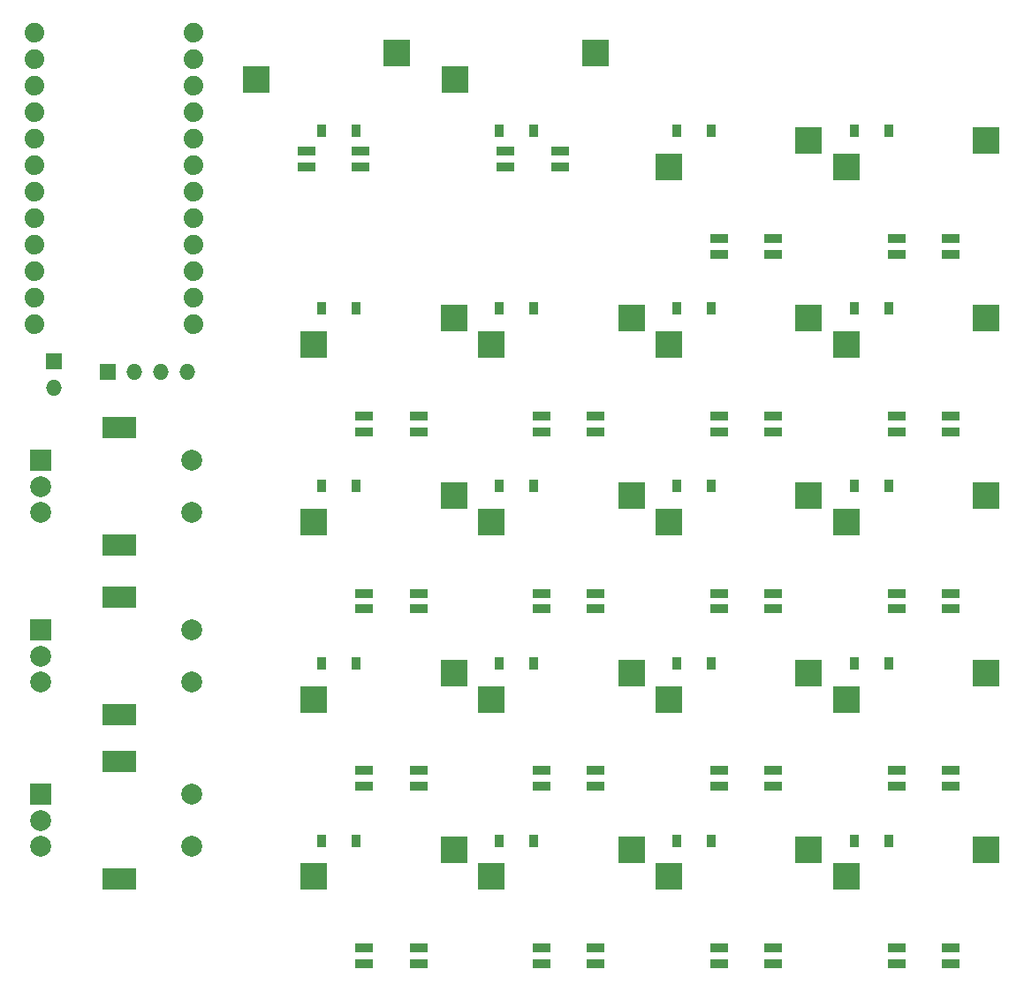
<source format=gbl>
%TF.GenerationSoftware,KiCad,Pcbnew,(5.1.10)-1*%
%TF.CreationDate,2021-08-08T16:05:11+01:00*%
%TF.ProjectId,bongopad,626f6e67-6f70-4616-942e-6b696361645f,1*%
%TF.SameCoordinates,PXb71b00PYb71b00*%
%TF.FileFunction,Copper,L2,Bot*%
%TF.FilePolarity,Positive*%
%FSLAX46Y46*%
G04 Gerber Fmt 4.6, Leading zero omitted, Abs format (unit mm)*
G04 Created by KiCad (PCBNEW (5.1.10)-1) date 2021-08-08 16:05:11*
%MOMM*%
%LPD*%
G01*
G04 APERTURE LIST*
%TA.AperFunction,ComponentPad*%
%ADD10C,1.879600*%
%TD*%
%TA.AperFunction,ComponentPad*%
%ADD11O,1.524000X1.524000*%
%TD*%
%TA.AperFunction,ComponentPad*%
%ADD12R,1.524000X1.524000*%
%TD*%
%TA.AperFunction,ComponentPad*%
%ADD13C,2.000000*%
%TD*%
%TA.AperFunction,ComponentPad*%
%ADD14R,3.200000X2.000000*%
%TD*%
%TA.AperFunction,ComponentPad*%
%ADD15R,2.000000X2.000000*%
%TD*%
%TA.AperFunction,SMDPad,CuDef*%
%ADD16R,0.900000X1.200000*%
%TD*%
%TA.AperFunction,SMDPad,CuDef*%
%ADD17R,1.800000X0.900000*%
%TD*%
%TA.AperFunction,SMDPad,CuDef*%
%ADD18R,2.550000X2.500000*%
%TD*%
G04 APERTURE END LIST*
D10*
%TO.P,MCU1,24*%
%TO.N,Net-(MCU1-Pad24)*%
X17370000Y-3800000D03*
%TO.P,MCU1,23*%
%TO.N,Net-(J2-Pad2)*%
X17370000Y-6340000D03*
%TO.P,MCU1,22*%
%TO.N,Net-(J2-Pad1)*%
X17370000Y-8880000D03*
%TO.P,MCU1,21*%
%TO.N,Net-(MCU1-Pad21)*%
X17370000Y-11420000D03*
%TO.P,MCU1,20*%
%TO.N,Net-(MCU1-Pad20)*%
X17370000Y-13960000D03*
%TO.P,MCU1,19*%
%TO.N,Net-(MCU1-Pad19)*%
X17370000Y-16500000D03*
%TO.P,MCU1,18*%
%TO.N,Net-(MCU1-Pad18)*%
X17370000Y-19040000D03*
%TO.P,MCU1,17*%
%TO.N,Net-(MCU1-Pad17)*%
X17370000Y-21580000D03*
%TO.P,MCU1,16*%
%TO.N,Net-(MCU1-Pad16)*%
X17370000Y-24120000D03*
%TO.P,MCU1,15*%
%TO.N,Net-(MCU1-Pad15)*%
X17370000Y-26660000D03*
%TO.P,MCU1,14*%
%TO.N,Net-(MCU1-Pad14)*%
X17370000Y-29200000D03*
%TO.P,MCU1,13*%
%TO.N,Net-(MCU1-Pad13)*%
X17370000Y-31740000D03*
%TO.P,MCU1,12*%
%TO.N,Net-(MCU1-Pad12)*%
X2130000Y-31740000D03*
%TO.P,MCU1,11*%
%TO.N,Net-(MCU1-Pad11)*%
X2130000Y-29200000D03*
%TO.P,MCU1,10*%
%TO.N,Net-(MCU1-Pad10)*%
X2130000Y-26660000D03*
%TO.P,MCU1,9*%
%TO.N,Net-(MCU1-Pad9)*%
X2130000Y-24120000D03*
%TO.P,MCU1,8*%
%TO.N,Net-(MCU1-Pad8)*%
X2130000Y-21580000D03*
%TO.P,MCU1,7*%
%TO.N,Net-(MCU1-Pad7)*%
X2130000Y-19040000D03*
%TO.P,MCU1,6*%
%TO.N,Net-(MCU1-Pad6)*%
X2130000Y-16500000D03*
%TO.P,MCU1,5*%
%TO.N,Net-(MCU1-Pad5)*%
X2130000Y-13960000D03*
%TO.P,MCU1,4*%
%TO.N,Net-(MCU1-Pad4)*%
X2130000Y-11420000D03*
%TO.P,MCU1,3*%
%TO.N,Net-(MCU1-Pad3)*%
X2130000Y-8880000D03*
%TO.P,MCU1,2*%
%TO.N,Net-(MCU1-Pad2)*%
X2130000Y-6340000D03*
%TO.P,MCU1,1*%
%TO.N,Net-(MCU1-Pad1)*%
X2130000Y-3800000D03*
%TD*%
D11*
%TO.P,J2,2*%
%TO.N,Net-(J2-Pad2)*%
X4000000Y-37770000D03*
D12*
%TO.P,J2,1*%
%TO.N,Net-(J2-Pad1)*%
X4000000Y-35230000D03*
%TD*%
D13*
%TO.P,ROT3,S1*%
%TO.N,Net-(ROT3-PadS1)*%
X17250000Y-81750000D03*
%TO.P,ROT3,S2*%
%TO.N,Net-(ROT3-PadS2)*%
X17250000Y-76750000D03*
D14*
%TO.P,ROT3,MP*%
%TO.N,N/C*%
X10250000Y-84850000D03*
X10250000Y-73650000D03*
D13*
%TO.P,ROT3,B*%
%TO.N,Net-(ROT3-PadB)*%
X2750000Y-81750000D03*
%TO.P,ROT3,C*%
%TO.N,Net-(ROT3-PadC)*%
X2750000Y-79250000D03*
D15*
%TO.P,ROT3,A*%
%TO.N,Net-(ROT3-PadA)*%
X2750000Y-76750000D03*
%TD*%
D13*
%TO.P,ROT2,S1*%
%TO.N,Net-(ROT2-PadS1)*%
X17250000Y-66000000D03*
%TO.P,ROT2,S2*%
%TO.N,Net-(ROT2-PadS2)*%
X17250000Y-61000000D03*
D14*
%TO.P,ROT2,MP*%
%TO.N,N/C*%
X10250000Y-69100000D03*
X10250000Y-57900000D03*
D13*
%TO.P,ROT2,B*%
%TO.N,Net-(ROT2-PadB)*%
X2750000Y-66000000D03*
%TO.P,ROT2,C*%
%TO.N,Net-(ROT2-PadC)*%
X2750000Y-63500000D03*
D15*
%TO.P,ROT2,A*%
%TO.N,Net-(ROT2-PadA)*%
X2750000Y-61000000D03*
%TD*%
D13*
%TO.P,ROT1,S1*%
%TO.N,Net-(ROT1-PadS1)*%
X17250000Y-49750000D03*
%TO.P,ROT1,S2*%
%TO.N,Net-(ROT1-PadS2)*%
X17250000Y-44750000D03*
D14*
%TO.P,ROT1,MP*%
%TO.N,N/C*%
X10250000Y-52850000D03*
X10250000Y-41650000D03*
D13*
%TO.P,ROT1,B*%
%TO.N,Net-(ROT1-PadB)*%
X2750000Y-49750000D03*
%TO.P,ROT1,C*%
%TO.N,Net-(ROT1-PadC)*%
X2750000Y-47250000D03*
D15*
%TO.P,ROT1,A*%
%TO.N,Net-(ROT1-PadA)*%
X2750000Y-44750000D03*
%TD*%
D16*
%TO.P,D20,2*%
%TO.N,Net-(D20-Pad2)*%
X84000000Y-81200000D03*
%TO.P,D20,1*%
%TO.N,Net-(D20-Pad1)*%
X80700000Y-81200000D03*
%TD*%
%TO.P,D19,2*%
%TO.N,Net-(D19-Pad2)*%
X67000000Y-81200000D03*
%TO.P,D19,1*%
%TO.N,Net-(D19-Pad1)*%
X63700000Y-81200000D03*
%TD*%
%TO.P,D18,2*%
%TO.N,Net-(D18-Pad2)*%
X50000000Y-81200000D03*
%TO.P,D18,1*%
%TO.N,Net-(D18-Pad1)*%
X46700000Y-81200000D03*
%TD*%
%TO.P,D17,2*%
%TO.N,Net-(D17-Pad2)*%
X33000000Y-81200000D03*
%TO.P,D17,1*%
%TO.N,Net-(D17-Pad1)*%
X29700000Y-81200000D03*
%TD*%
%TO.P,D16,2*%
%TO.N,Net-(D16-Pad2)*%
X84000000Y-64200000D03*
%TO.P,D16,1*%
%TO.N,Net-(D16-Pad1)*%
X80700000Y-64200000D03*
%TD*%
%TO.P,D15,2*%
%TO.N,Net-(D15-Pad2)*%
X67000000Y-64200000D03*
%TO.P,D15,1*%
%TO.N,Net-(D15-Pad1)*%
X63700000Y-64200000D03*
%TD*%
%TO.P,D14,2*%
%TO.N,Net-(D14-Pad2)*%
X50000000Y-64200000D03*
%TO.P,D14,1*%
%TO.N,Net-(D14-Pad1)*%
X46700000Y-64200000D03*
%TD*%
%TO.P,D13,2*%
%TO.N,Net-(D13-Pad2)*%
X33000000Y-64200000D03*
%TO.P,D13,1*%
%TO.N,Net-(D13-Pad1)*%
X29700000Y-64200000D03*
%TD*%
%TO.P,D12,2*%
%TO.N,Net-(D12-Pad2)*%
X84000000Y-47200000D03*
%TO.P,D12,1*%
%TO.N,Net-(D12-Pad1)*%
X80700000Y-47200000D03*
%TD*%
%TO.P,D11,2*%
%TO.N,Net-(D11-Pad2)*%
X67000000Y-47200000D03*
%TO.P,D11,1*%
%TO.N,Net-(D11-Pad1)*%
X63700000Y-47200000D03*
%TD*%
%TO.P,D10,2*%
%TO.N,Net-(D10-Pad2)*%
X50000000Y-47200000D03*
%TO.P,D10,1*%
%TO.N,Net-(D10-Pad1)*%
X46700000Y-47200000D03*
%TD*%
%TO.P,D9,2*%
%TO.N,Net-(D9-Pad2)*%
X33000000Y-47200000D03*
%TO.P,D9,1*%
%TO.N,Net-(D9-Pad1)*%
X29700000Y-47200000D03*
%TD*%
%TO.P,D8,2*%
%TO.N,Net-(D8-Pad2)*%
X84000000Y-30200000D03*
%TO.P,D8,1*%
%TO.N,Net-(D8-Pad1)*%
X80700000Y-30200000D03*
%TD*%
%TO.P,D7,2*%
%TO.N,Net-(D7-Pad2)*%
X67000000Y-30200000D03*
%TO.P,D7,1*%
%TO.N,Net-(D7-Pad1)*%
X63700000Y-30200000D03*
%TD*%
%TO.P,D6,2*%
%TO.N,Net-(D6-Pad2)*%
X50000000Y-30200000D03*
%TO.P,D6,1*%
%TO.N,Net-(D6-Pad1)*%
X46700000Y-30200000D03*
%TD*%
%TO.P,D5,2*%
%TO.N,Net-(D5-Pad2)*%
X33000000Y-30200000D03*
%TO.P,D5,1*%
%TO.N,Net-(D5-Pad1)*%
X29700000Y-30200000D03*
%TD*%
%TO.P,D4,2*%
%TO.N,Net-(D4-Pad2)*%
X84000000Y-13200000D03*
%TO.P,D4,1*%
%TO.N,Net-(D4-Pad1)*%
X80700000Y-13200000D03*
%TD*%
%TO.P,D3,2*%
%TO.N,Net-(D3-Pad2)*%
X67000000Y-13200000D03*
%TO.P,D3,1*%
%TO.N,Net-(D3-Pad1)*%
X63700000Y-13200000D03*
%TD*%
%TO.P,D2,2*%
%TO.N,Net-(D2-Pad2)*%
X50000000Y-13200000D03*
%TO.P,D2,1*%
%TO.N,Net-(D2-Pad1)*%
X46700000Y-13200000D03*
%TD*%
%TO.P,D1,2*%
%TO.N,Net-(D1-Pad2)*%
X33000000Y-13200000D03*
%TO.P,D1,1*%
%TO.N,Net-(D1-Pad1)*%
X29700000Y-13200000D03*
%TD*%
D17*
%TO.P,K1,3*%
%TO.N,Net-(K1-Pad3)*%
X33435000Y-15115000D03*
%TO.P,K1,4*%
%TO.N,Net-(K1-Pad4)*%
X33435000Y-16615000D03*
%TO.P,K1,2*%
%TO.N,Net-(K1-Pad2)*%
X28235000Y-16615000D03*
%TO.P,K1,1*%
%TO.N,Net-(K1-Pad1)*%
X28235000Y-15115000D03*
D18*
%TO.P,K1,6*%
%TO.N,Net-(K1-Pad6)*%
X36850000Y-5735000D03*
%TO.P,K1,5*%
%TO.N,Net-(D1-Pad2)*%
X23425000Y-8275000D03*
%TD*%
D17*
%TO.P,K2,3*%
%TO.N,Net-(K2-Pad3)*%
X52500000Y-15120000D03*
%TO.P,K2,4*%
%TO.N,Net-(K2-Pad4)*%
X52500000Y-16620000D03*
%TO.P,K2,2*%
%TO.N,Net-(K1-Pad3)*%
X47300000Y-16620000D03*
%TO.P,K2,1*%
%TO.N,Net-(K2-Pad1)*%
X47300000Y-15120000D03*
D18*
%TO.P,K2,6*%
%TO.N,Net-(K2-Pad6)*%
X55915000Y-5740000D03*
%TO.P,K2,5*%
%TO.N,Net-(D2-Pad2)*%
X42490000Y-8280000D03*
%TD*%
D17*
%TO.P,K6,3*%
%TO.N,Net-(K6-Pad3)*%
X55950000Y-40500000D03*
%TO.P,K6,4*%
%TO.N,Net-(K6-Pad4)*%
X55950000Y-42000000D03*
%TO.P,K6,2*%
%TO.N,Net-(K5-Pad3)*%
X50750000Y-42000000D03*
%TO.P,K6,1*%
%TO.N,Net-(K6-Pad1)*%
X50750000Y-40500000D03*
D18*
%TO.P,K6,6*%
%TO.N,Net-(K6-Pad6)*%
X59365000Y-31120000D03*
%TO.P,K6,5*%
%TO.N,Net-(D6-Pad2)*%
X45940000Y-33660000D03*
%TD*%
D17*
%TO.P,K8,3*%
%TO.N,K8-DO*%
X89950000Y-40500000D03*
%TO.P,K8,4*%
%TO.N,Net-(K8-Pad4)*%
X89950000Y-42000000D03*
%TO.P,K8,2*%
%TO.N,Net-(K7-Pad3)*%
X84750000Y-42000000D03*
%TO.P,K8,1*%
%TO.N,Net-(K8-Pad1)*%
X84750000Y-40500000D03*
D18*
%TO.P,K8,6*%
%TO.N,Net-(K8-Pad6)*%
X93365000Y-31120000D03*
%TO.P,K8,5*%
%TO.N,Net-(D8-Pad2)*%
X79940000Y-33660000D03*
%TD*%
D17*
%TO.P,K10,3*%
%TO.N,Net-(K10-Pad3)*%
X55950000Y-57500000D03*
%TO.P,K10,4*%
%TO.N,Net-(K10-Pad4)*%
X55950000Y-59000000D03*
%TO.P,K10,2*%
%TO.N,Net-(K10-Pad2)*%
X50750000Y-59000000D03*
%TO.P,K10,1*%
%TO.N,Net-(K10-Pad1)*%
X50750000Y-57500000D03*
D18*
%TO.P,K10,6*%
%TO.N,Net-(K10-Pad6)*%
X59365000Y-48120000D03*
%TO.P,K10,5*%
%TO.N,Net-(D10-Pad2)*%
X45940000Y-50660000D03*
%TD*%
D11*
%TO.P,J1,4*%
%TO.N,Net-(J1-Pad4)*%
X16810000Y-36250000D03*
D12*
%TO.P,J1,1*%
%TO.N,Net-(J1-Pad1)*%
X9190000Y-36250000D03*
D11*
%TO.P,J1,2*%
%TO.N,Net-(J1-Pad2)*%
X11730000Y-36250000D03*
%TO.P,J1,3*%
%TO.N,Net-(J1-Pad3)*%
X14270000Y-36250000D03*
%TD*%
D17*
%TO.P,K3,3*%
%TO.N,Net-(K3-Pad3)*%
X72950000Y-23500000D03*
%TO.P,K3,4*%
%TO.N,Net-(K3-Pad4)*%
X72950000Y-25000000D03*
%TO.P,K3,2*%
%TO.N,Net-(K2-Pad3)*%
X67750000Y-25000000D03*
%TO.P,K3,1*%
%TO.N,Net-(K3-Pad1)*%
X67750000Y-23500000D03*
D18*
%TO.P,K3,6*%
%TO.N,Net-(K3-Pad6)*%
X76365000Y-14120000D03*
%TO.P,K3,5*%
%TO.N,Net-(D3-Pad2)*%
X62940000Y-16660000D03*
%TD*%
D17*
%TO.P,K4,3*%
%TO.N,K4-DO*%
X89950000Y-23500000D03*
%TO.P,K4,4*%
%TO.N,Net-(K4-Pad4)*%
X89950000Y-25000000D03*
%TO.P,K4,2*%
%TO.N,Net-(K3-Pad3)*%
X84750000Y-25000000D03*
%TO.P,K4,1*%
%TO.N,Net-(K4-Pad1)*%
X84750000Y-23500000D03*
D18*
%TO.P,K4,6*%
%TO.N,Net-(K4-Pad6)*%
X93365000Y-14120000D03*
%TO.P,K4,5*%
%TO.N,Net-(D4-Pad2)*%
X79940000Y-16660000D03*
%TD*%
D17*
%TO.P,K5,3*%
%TO.N,Net-(K5-Pad3)*%
X38950000Y-40500000D03*
%TO.P,K5,4*%
%TO.N,Net-(K5-Pad4)*%
X38950000Y-42000000D03*
%TO.P,K5,2*%
%TO.N,K4-DO*%
X33750000Y-42000000D03*
%TO.P,K5,1*%
%TO.N,Net-(K5-Pad1)*%
X33750000Y-40500000D03*
D18*
%TO.P,K5,6*%
%TO.N,Net-(K5-Pad6)*%
X42365000Y-31120000D03*
%TO.P,K5,5*%
%TO.N,Net-(D5-Pad2)*%
X28940000Y-33660000D03*
%TD*%
D17*
%TO.P,K7,3*%
%TO.N,Net-(K7-Pad3)*%
X72950000Y-40500000D03*
%TO.P,K7,4*%
%TO.N,Net-(K7-Pad4)*%
X72950000Y-42000000D03*
%TO.P,K7,2*%
%TO.N,Net-(K6-Pad3)*%
X67750000Y-42000000D03*
%TO.P,K7,1*%
%TO.N,Net-(K7-Pad1)*%
X67750000Y-40500000D03*
D18*
%TO.P,K7,6*%
%TO.N,Net-(K7-Pad6)*%
X76365000Y-31120000D03*
%TO.P,K7,5*%
%TO.N,Net-(D7-Pad2)*%
X62940000Y-33660000D03*
%TD*%
D17*
%TO.P,K9,3*%
%TO.N,Net-(K10-Pad2)*%
X38950000Y-57500000D03*
%TO.P,K9,4*%
%TO.N,Net-(K9-Pad4)*%
X38950000Y-59000000D03*
%TO.P,K9,2*%
%TO.N,K8-DO*%
X33750000Y-59000000D03*
%TO.P,K9,1*%
%TO.N,Net-(K9-Pad1)*%
X33750000Y-57500000D03*
D18*
%TO.P,K9,6*%
%TO.N,Net-(K9-Pad6)*%
X42365000Y-48120000D03*
%TO.P,K9,5*%
%TO.N,Net-(D9-Pad2)*%
X28940000Y-50660000D03*
%TD*%
D17*
%TO.P,K13,3*%
%TO.N,Net-(K13-Pad3)*%
X38950000Y-74500000D03*
%TO.P,K13,4*%
%TO.N,Net-(K13-Pad4)*%
X38950000Y-76000000D03*
%TO.P,K13,2*%
%TO.N,K12-DO*%
X33750000Y-76000000D03*
%TO.P,K13,1*%
%TO.N,Net-(K13-Pad1)*%
X33750000Y-74500000D03*
D18*
%TO.P,K13,6*%
%TO.N,Net-(K13-Pad6)*%
X42365000Y-65120000D03*
%TO.P,K13,5*%
%TO.N,Net-(D13-Pad2)*%
X28940000Y-67660000D03*
%TD*%
D17*
%TO.P,K14,3*%
%TO.N,Net-(K14-Pad3)*%
X55950000Y-74500000D03*
%TO.P,K14,4*%
%TO.N,Net-(K14-Pad4)*%
X55950000Y-76000000D03*
%TO.P,K14,2*%
%TO.N,Net-(K13-Pad3)*%
X50750000Y-76000000D03*
%TO.P,K14,1*%
%TO.N,Net-(K14-Pad1)*%
X50750000Y-74500000D03*
D18*
%TO.P,K14,6*%
%TO.N,Net-(K14-Pad6)*%
X59365000Y-65120000D03*
%TO.P,K14,5*%
%TO.N,Net-(D14-Pad2)*%
X45940000Y-67660000D03*
%TD*%
D17*
%TO.P,K15,3*%
%TO.N,Net-(K15-Pad3)*%
X72950000Y-74500000D03*
%TO.P,K15,4*%
%TO.N,Net-(K15-Pad4)*%
X72950000Y-76000000D03*
%TO.P,K15,2*%
%TO.N,Net-(K14-Pad3)*%
X67750000Y-76000000D03*
%TO.P,K15,1*%
%TO.N,Net-(K15-Pad1)*%
X67750000Y-74500000D03*
D18*
%TO.P,K15,6*%
%TO.N,Net-(K15-Pad6)*%
X76365000Y-65120000D03*
%TO.P,K15,5*%
%TO.N,Net-(D15-Pad2)*%
X62940000Y-67660000D03*
%TD*%
D17*
%TO.P,K17,3*%
%TO.N,Net-(K17-Pad3)*%
X38950000Y-91500000D03*
%TO.P,K17,4*%
%TO.N,Net-(K17-Pad4)*%
X38950000Y-93000000D03*
%TO.P,K17,2*%
%TO.N,K16-DO*%
X33750000Y-93000000D03*
%TO.P,K17,1*%
%TO.N,Net-(K17-Pad1)*%
X33750000Y-91500000D03*
D18*
%TO.P,K17,6*%
%TO.N,Net-(K17-Pad6)*%
X42365000Y-82120000D03*
%TO.P,K17,5*%
%TO.N,Net-(D17-Pad2)*%
X28940000Y-84660000D03*
%TD*%
D17*
%TO.P,K18,3*%
%TO.N,Net-(K18-Pad3)*%
X55950000Y-91500000D03*
%TO.P,K18,4*%
%TO.N,Net-(K18-Pad4)*%
X55950000Y-93000000D03*
%TO.P,K18,2*%
%TO.N,Net-(K17-Pad3)*%
X50750000Y-93000000D03*
%TO.P,K18,1*%
%TO.N,Net-(K18-Pad1)*%
X50750000Y-91500000D03*
D18*
%TO.P,K18,6*%
%TO.N,Net-(K18-Pad6)*%
X59365000Y-82120000D03*
%TO.P,K18,5*%
%TO.N,Net-(D18-Pad2)*%
X45940000Y-84660000D03*
%TD*%
D17*
%TO.P,K19,3*%
%TO.N,Net-(K19-Pad3)*%
X72950000Y-91500000D03*
%TO.P,K19,4*%
%TO.N,Net-(K19-Pad4)*%
X72950000Y-93000000D03*
%TO.P,K19,2*%
%TO.N,Net-(K18-Pad3)*%
X67750000Y-93000000D03*
%TO.P,K19,1*%
%TO.N,Net-(K19-Pad1)*%
X67750000Y-91500000D03*
D18*
%TO.P,K19,6*%
%TO.N,Net-(K19-Pad6)*%
X76365000Y-82120000D03*
%TO.P,K19,5*%
%TO.N,Net-(D19-Pad2)*%
X62940000Y-84660000D03*
%TD*%
D17*
%TO.P,K20,3*%
%TO.N,Net-(K20-Pad3)*%
X89950000Y-91500000D03*
%TO.P,K20,4*%
%TO.N,Net-(K20-Pad4)*%
X89950000Y-93000000D03*
%TO.P,K20,2*%
%TO.N,Net-(K19-Pad3)*%
X84750000Y-93000000D03*
%TO.P,K20,1*%
%TO.N,Net-(K20-Pad1)*%
X84750000Y-91500000D03*
D18*
%TO.P,K20,6*%
%TO.N,Net-(K20-Pad6)*%
X93365000Y-82120000D03*
%TO.P,K20,5*%
%TO.N,Net-(D20-Pad2)*%
X79940000Y-84660000D03*
%TD*%
D17*
%TO.P,K12,3*%
%TO.N,K12-DO*%
X89950000Y-57500000D03*
%TO.P,K12,4*%
%TO.N,Net-(K12-Pad4)*%
X89950000Y-59000000D03*
%TO.P,K12,2*%
%TO.N,Net-(K11-Pad3)*%
X84750000Y-59000000D03*
%TO.P,K12,1*%
%TO.N,Net-(K12-Pad1)*%
X84750000Y-57500000D03*
D18*
%TO.P,K12,6*%
%TO.N,Net-(K12-Pad6)*%
X93365000Y-48120000D03*
%TO.P,K12,5*%
%TO.N,Net-(D12-Pad2)*%
X79940000Y-50660000D03*
%TD*%
D17*
%TO.P,K11,3*%
%TO.N,Net-(K11-Pad3)*%
X72950000Y-57500000D03*
%TO.P,K11,4*%
%TO.N,Net-(K11-Pad4)*%
X72950000Y-59000000D03*
%TO.P,K11,2*%
%TO.N,Net-(K10-Pad3)*%
X67750000Y-59000000D03*
%TO.P,K11,1*%
%TO.N,Net-(K11-Pad1)*%
X67750000Y-57500000D03*
D18*
%TO.P,K11,6*%
%TO.N,Net-(K11-Pad6)*%
X76365000Y-48120000D03*
%TO.P,K11,5*%
%TO.N,Net-(K11-Pad5)*%
X62940000Y-50660000D03*
%TD*%
D17*
%TO.P,K16,3*%
%TO.N,K16-DO*%
X89950000Y-74500000D03*
%TO.P,K16,4*%
%TO.N,Net-(K16-Pad4)*%
X89950000Y-76000000D03*
%TO.P,K16,2*%
%TO.N,Net-(K15-Pad3)*%
X84750000Y-76000000D03*
%TO.P,K16,1*%
%TO.N,Net-(K16-Pad1)*%
X84750000Y-74500000D03*
D18*
%TO.P,K16,6*%
%TO.N,Net-(K16-Pad6)*%
X93365000Y-65120000D03*
%TO.P,K16,5*%
%TO.N,Net-(D16-Pad2)*%
X79940000Y-67660000D03*
%TD*%
M02*

</source>
